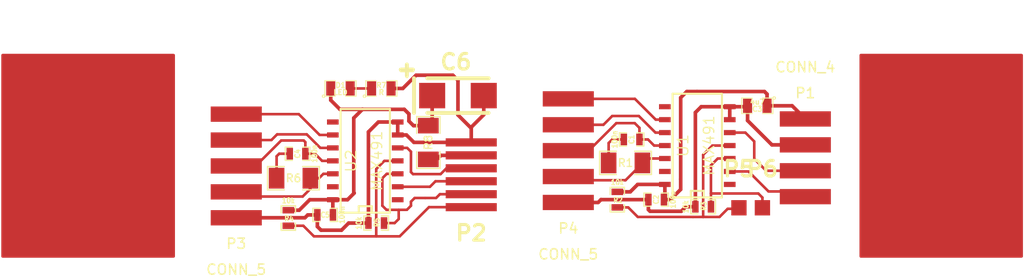
<source format=kicad_pcb>
(kicad_pcb (version 4) (host pcbnew "(2014-08-10 BZR 5062)-product")

  (general
    (links 53)
    (no_connects 3)
    (area 84.742429 115.131 179.957572 167.189)
    (thickness 1.6)
    (drawings 1)
    (tracks 207)
    (zones 0)
    (modules 23)
    (nets 28)
  )

  (page A4)
  (layers
    (0 F.Cu signal)
    (31 B.Cu signal)
    (32 B.Adhes user)
    (33 F.Adhes user)
    (34 B.Paste user)
    (35 F.Paste user)
    (36 B.SilkS user)
    (37 F.SilkS user)
    (38 B.Mask user)
    (39 F.Mask user)
    (40 Dwgs.User user)
    (41 Cmts.User user)
    (42 Eco1.User user)
    (43 Eco2.User user)
    (44 Edge.Cuts user)
    (45 Margin user)
    (46 B.CrtYd user)
    (47 F.CrtYd user)
    (48 B.Fab user)
    (49 F.Fab user)
  )

  (setup
    (last_trace_width 0.254)
    (trace_clearance 0.254)
    (zone_clearance 0.9906)
    (zone_45_only no)
    (trace_min 0.254)
    (segment_width 0.2)
    (edge_width 0.15)
    (via_size 0.889)
    (via_drill 0.635)
    (via_min_size 0.889)
    (via_min_drill 0.508)
    (uvia_size 0.508)
    (uvia_drill 0.127)
    (uvias_allowed no)
    (uvia_min_size 0.508)
    (uvia_min_drill 0.127)
    (pcb_text_width 0.3)
    (pcb_text_size 1 1)
    (mod_edge_width 0.15)
    (mod_text_size 1 1)
    (mod_text_width 0.15)
    (pad_size 5 1.5)
    (pad_drill 0)
    (pad_to_mask_clearance 0)
    (aux_axis_origin 0 0)
    (visible_elements FFFFFF7F)
    (pcbplotparams
      (layerselection 0x00000_00000001)
      (usegerberextensions false)
      (excludeedgelayer true)
      (linewidth 0.100000)
      (plotframeref false)
      (viasonmask false)
      (mode 1)
      (useauxorigin false)
      (hpglpennumber 1)
      (hpglpenspeed 20)
      (hpglpendiameter 15)
      (hpglpenoverlay 2)
      (psnegative false)
      (psa4output false)
      (plotreference true)
      (plotvalue true)
      (plotinvisibletext false)
      (padsonsilk false)
      (subtractmaskfromsilk false)
      (outputformat 4)
      (mirror false)
      (drillshape 0)
      (scaleselection 1)
      (outputdirectory ""))
  )

  (net 0 "")
  (net 1 "Net-(C1-Pad1)")
  (net 2 "Net-(C1-Pad2)")
  (net 3 "Net-(U1-Pad1)")
  (net 4 "Net-(P1-Pad1)")
  (net 5 "Net-(P3-Pad1)")
  (net 6 "Net-(P1-Pad2)")
  (net 7 GND)
  (net 8 "Net-(U1-Pad8)")
  (net 9 "Net-(P4-Pad1)")
  (net 10 "Net-(U1-Pad13)")
  (net 11 "Net-(P4-Pad2)")
  (net 12 +5V)
  (net 13 "Net-(P3-Pad2)")
  (net 14 "Net-(C4-Pad2)")
  (net 15 "Net-(U2-Pad1)")
  (net 16 "Net-(U2-Pad8)")
  (net 17 "Net-(P3-Pad4)")
  (net 18 "Net-(U2-Pad13)")
  (net 19 "Net-(C4-Pad1)")
  (net 20 "Net-(P2-Pad3)")
  (net 21 "Net-(P2-Pad4)")
  (net 22 "Net-(P2-Pad5)")
  (net 23 "Net-(P2-Pad6)")
  (net 24 "Net-(P5-Pad1)")
  (net 25 "Net-(P6-Pad1)")
  (net 26 "Net-(P4-Pad4)")
  (net 27 "Net-(D1-Pad2)")

  (net_class Default "This is the default net class."
    (clearance 0.254)
    (trace_width 0.254)
    (via_dia 0.889)
    (via_drill 0.635)
    (uvia_dia 0.508)
    (uvia_drill 0.127)
    (add_net "Net-(C1-Pad1)")
    (add_net "Net-(C1-Pad2)")
    (add_net "Net-(C4-Pad1)")
    (add_net "Net-(C4-Pad2)")
    (add_net "Net-(D1-Pad2)")
    (add_net "Net-(P1-Pad1)")
    (add_net "Net-(P1-Pad2)")
    (add_net "Net-(P2-Pad3)")
    (add_net "Net-(P2-Pad4)")
    (add_net "Net-(P2-Pad5)")
    (add_net "Net-(P2-Pad6)")
    (add_net "Net-(P3-Pad1)")
    (add_net "Net-(P3-Pad2)")
    (add_net "Net-(P3-Pad4)")
    (add_net "Net-(P4-Pad1)")
    (add_net "Net-(P4-Pad2)")
    (add_net "Net-(P4-Pad4)")
    (add_net "Net-(P5-Pad1)")
    (add_net "Net-(P6-Pad1)")
    (add_net "Net-(U1-Pad1)")
    (add_net "Net-(U1-Pad13)")
    (add_net "Net-(U1-Pad8)")
    (add_net "Net-(U2-Pad1)")
    (add_net "Net-(U2-Pad13)")
    (add_net "Net-(U2-Pad8)")
  )

  (net_class Power ""
    (clearance 0.1)
    (trace_width 0.3556)
    (via_dia 0.889)
    (via_drill 0.635)
    (uvia_dia 0.508)
    (uvia_drill 0.127)
    (add_net +5V)
    (add_net GND)
  )

  (module SMD_Packages:SOIC-14_N (layer F.Cu) (tedit 53E90055) (tstamp 53E90071)
    (at 168 117 90)
    (descr "Module CMS SOJ 14 pins Large")
    (tags "CMS SOJ")
    (path /53E900F9)
    (attr smd)
    (fp_text reference U1 (at 0 -1.27 270) (layer F.SilkS)
      (effects (font (size 1.016 1.143) (thickness 0.127)))
    )
    (fp_text value MAX491 (at 0 1.27 90) (layer F.SilkS)
      (effects (font (size 1.016 1.016) (thickness 0.127)))
    )
    (fp_line (start 5.08 -2.286) (end 5.08 2.54) (layer F.SilkS) (width 0.2032))
    (fp_line (start 5.08 2.54) (end -5.08 2.54) (layer F.SilkS) (width 0.2032))
    (fp_line (start -5.08 2.54) (end -5.08 -2.286) (layer F.SilkS) (width 0.2032))
    (fp_line (start -5.08 -2.286) (end 5.08 -2.286) (layer F.SilkS) (width 0.2032))
    (fp_line (start -5.08 -0.508) (end -4.445 -0.508) (layer F.SilkS) (width 0.2032))
    (fp_line (start -4.445 -0.508) (end -4.445 0.762) (layer F.SilkS) (width 0.2032))
    (fp_line (start -4.445 0.762) (end -5.08 0.762) (layer F.SilkS) (width 0.2032))
    (pad 1 smd rect (at -3.81 3.302 90) (size 0.508 1.143) (layers F.Cu F.Paste F.Mask)
      (net 3 "Net-(U1-Pad1)"))
    (pad 2 smd rect (at -2.54 3.302 90) (size 0.508 1.143) (layers F.Cu F.Paste F.Mask)
      (net 4 "Net-(P1-Pad1)"))
    (pad 3 smd rect (at -1.27 3.302 90) (size 0.508 1.143) (layers F.Cu F.Paste F.Mask)
      (net 25 "Net-(P6-Pad1)"))
    (pad 4 smd rect (at 0 3.302 90) (size 0.508 1.143) (layers F.Cu F.Paste F.Mask)
      (net 24 "Net-(P5-Pad1)"))
    (pad 5 smd rect (at 1.27 3.302 90) (size 0.508 1.143) (layers F.Cu F.Paste F.Mask)
      (net 6 "Net-(P1-Pad2)"))
    (pad 6 smd rect (at 2.54 3.302 90) (size 0.508 1.143) (layers F.Cu F.Paste F.Mask)
      (net 7 GND))
    (pad 7 smd rect (at 3.81 3.302 90) (size 0.508 1.143) (layers F.Cu F.Paste F.Mask)
      (net 7 GND))
    (pad 8 smd rect (at 3.81 -3.048 90) (size 0.508 1.143) (layers F.Cu F.Paste F.Mask)
      (net 8 "Net-(U1-Pad8)"))
    (pad 9 smd rect (at 2.54 -3.048 90) (size 0.508 1.143) (layers F.Cu F.Paste F.Mask)
      (net 9 "Net-(P4-Pad1)"))
    (pad 11 smd rect (at 0 -3.048 90) (size 0.508 1.143) (layers F.Cu F.Paste F.Mask)
      (net 2 "Net-(C1-Pad2)"))
    (pad 12 smd rect (at -1.27 -3.048 90) (size 0.508 1.143) (layers F.Cu F.Paste F.Mask)
      (net 26 "Net-(P4-Pad4)"))
    (pad 13 smd rect (at -2.54 -3.048 90) (size 0.508 1.143) (layers F.Cu F.Paste F.Mask)
      (net 10 "Net-(U1-Pad13)"))
    (pad 14 smd rect (at -3.81 -3.048 90) (size 0.508 1.143) (layers F.Cu F.Paste F.Mask)
      (net 12 +5V))
    (pad 10 smd rect (at 1.27 -3.048 90) (size 0.508 1.143) (layers F.Cu F.Paste F.Mask)
      (net 11 "Net-(P4-Pad2)"))
    (model smd/cms_so14.wrl
      (at (xyz 0 0 0))
      (scale (xyz 0.5 0.4 0.5))
      (rotate (xyz 0 0 0))
    )
  )

  (module SMD_Packages:SMD-0603_c (layer F.Cu) (tedit 53E91772) (tstamp 53E9178C)
    (at 164.1 122.3 180)
    (path /53E9176F)
    (attr smd)
    (fp_text reference C2 (at 0 0 270) (layer F.SilkS)
      (effects (font (size 0.508 0.4572) (thickness 0.1143)))
    )
    (fp_text value 100n (at -1.651 0 270) (layer F.SilkS)
      (effects (font (size 0.508 0.4572) (thickness 0.1143)))
    )
    (fp_line (start 0.50038 0.65024) (end 1.19888 0.65024) (layer F.SilkS) (width 0.11938))
    (fp_line (start -0.50038 0.65024) (end -1.19888 0.65024) (layer F.SilkS) (width 0.11938))
    (fp_line (start 0.50038 -0.65024) (end 1.19888 -0.65024) (layer F.SilkS) (width 0.11938))
    (fp_line (start -1.19888 -0.65024) (end -0.50038 -0.65024) (layer F.SilkS) (width 0.11938))
    (fp_line (start 1.19888 -0.635) (end 1.19888 0.635) (layer F.SilkS) (width 0.11938))
    (fp_line (start -1.19888 0.635) (end -1.19888 -0.635) (layer F.SilkS) (width 0.11938))
    (pad 1 smd rect (at -0.762 0 180) (size 0.635 1.143) (layers F.Cu F.Paste F.Mask)
      (net 12 +5V))
    (pad 2 smd rect (at 0.762 0 180) (size 0.635 1.143) (layers F.Cu F.Paste F.Mask)
      (net 7 GND))
    (model smd\capacitors\C0603.wrl
      (at (xyz 0 0 0.001))
      (scale (xyz 0.5 0.5 0.5))
      (rotate (xyz 0 0 0))
    )
  )

  (module SMD_Packages:SMD-0805 (layer F.Cu) (tedit 53E91772) (tstamp 53E91799)
    (at 174 113.1 180)
    (path /53E917FF)
    (attr smd)
    (fp_text reference C3 (at 0 -0.3175 180) (layer F.SilkS)
      (effects (font (size 0.50038 0.50038) (thickness 0.10922)))
    )
    (fp_text value 4u7 (at 0 0.381 180) (layer F.SilkS)
      (effects (font (size 0.50038 0.50038) (thickness 0.10922)))
    )
    (fp_circle (center -1.651 0.762) (end -1.651 0.635) (layer F.SilkS) (width 0.09906))
    (fp_line (start -0.508 0.762) (end -1.524 0.762) (layer F.SilkS) (width 0.09906))
    (fp_line (start -1.524 0.762) (end -1.524 -0.762) (layer F.SilkS) (width 0.09906))
    (fp_line (start -1.524 -0.762) (end -0.508 -0.762) (layer F.SilkS) (width 0.09906))
    (fp_line (start 0.508 -0.762) (end 1.524 -0.762) (layer F.SilkS) (width 0.09906))
    (fp_line (start 1.524 -0.762) (end 1.524 0.762) (layer F.SilkS) (width 0.09906))
    (fp_line (start 1.524 0.762) (end 0.508 0.762) (layer F.SilkS) (width 0.09906))
    (pad 1 smd rect (at -0.9525 0 180) (size 0.889 1.397) (layers F.Cu F.Paste F.Mask)
      (net 12 +5V))
    (pad 2 smd rect (at 0.9525 0 180) (size 0.889 1.397) (layers F.Cu F.Paste F.Mask)
      (net 7 GND))
    (model smd/chip_cms.wrl
      (at (xyz 0 0 0))
      (scale (xyz 0.1 0.1 0.1))
      (rotate (xyz 0 0 0))
    )
  )

  (module owncomp:CONN_0.1inch_4x_5x1.5mm (layer F.Cu) (tedit 53E91EFF) (tstamp 53E9230B)
    (at 178.7 118.2 180)
    (path /53E900AC)
    (fp_text reference P1 (at 0 6.35 180) (layer F.SilkS)
      (effects (font (size 1 1) (thickness 0.15)))
    )
    (fp_text value CONN_4 (at 0 8.89 180) (layer F.SilkS)
      (effects (font (size 1 1) (thickness 0.15)))
    )
    (pad 1 smd rect (at 0 -3.81 180) (size 5 1.5) (layers F.Cu F.Paste F.Mask)
      (net 4 "Net-(P1-Pad1)"))
    (pad 2 smd rect (at 0 -1.27 180) (size 5 1.5) (layers F.Cu F.Paste F.Mask)
      (net 6 "Net-(P1-Pad2)"))
    (pad 3 smd rect (at 0 1.27 180) (size 5 1.5) (layers F.Cu F.Paste F.Mask)
      (net 7 GND))
    (pad 4 smd rect (at 0 3.81 180) (size 5 1.5) (layers F.Cu F.Paste F.Mask)
      (net 12 +5V))
  )

  (module owncomp:CONN_0.1inch_5x_1.5x5mm (layer F.Cu) (tedit 53E91EB3) (tstamp 53E93CF6)
    (at 155.5 117.5)
    (path /53E91DCD)
    (fp_text reference P4 (at 0 7.62) (layer F.SilkS)
      (effects (font (size 1 1) (thickness 0.15)))
    )
    (fp_text value CONN_5 (at 0 10.16) (layer F.SilkS)
      (effects (font (size 1 1) (thickness 0.15)))
    )
    (pad 1 smd rect (at 0 -5.08) (size 5 1.5) (layers F.Cu F.Paste F.Mask)
      (net 9 "Net-(P4-Pad1)"))
    (pad 2 smd rect (at 0 -2.54) (size 5 1.5) (layers F.Cu F.Paste F.Mask)
      (net 11 "Net-(P4-Pad2)"))
    (pad 3 smd rect (at 0 0) (size 5 1.5) (layers F.Cu F.Paste F.Mask)
      (net 2 "Net-(C1-Pad2)"))
    (pad 4 smd rect (at 0 2.54) (size 5 1.5) (layers F.Cu F.Paste F.Mask)
      (net 26 "Net-(P4-Pad4)"))
    (pad 5 smd rect (at 0 5.08) (size 5 1.5) (layers F.Cu F.Paste F.Mask)
      (net 7 GND))
  )

  (module SMD_Packages:SMD-0603_r (layer F.Cu) (tedit 53E92921) (tstamp 53E92988)
    (at 160.3 122.3 270)
    (path /53E92E32)
    (attr smd)
    (fp_text reference R2 (at 0.0635 -0.0635 360) (layer F.SilkS)
      (effects (font (size 0.50038 0.4572) (thickness 0.1143)))
    )
    (fp_text value 10k (at -1.69926 0 360) (layer F.SilkS)
      (effects (font (size 0.508 0.4572) (thickness 0.1143)))
    )
    (fp_line (start -0.50038 -0.6985) (end -1.2065 -0.6985) (layer F.SilkS) (width 0.127))
    (fp_line (start -1.2065 -0.6985) (end -1.2065 0.6985) (layer F.SilkS) (width 0.127))
    (fp_line (start -1.2065 0.6985) (end -0.50038 0.6985) (layer F.SilkS) (width 0.127))
    (fp_line (start 1.2065 -0.6985) (end 0.50038 -0.6985) (layer F.SilkS) (width 0.127))
    (fp_line (start 1.2065 -0.6985) (end 1.2065 0.6985) (layer F.SilkS) (width 0.127))
    (fp_line (start 1.2065 0.6985) (end 0.50038 0.6985) (layer F.SilkS) (width 0.127))
    (pad 1 smd rect (at -0.762 0 270) (size 0.635 1.143) (layers F.Cu F.Paste F.Mask)
      (net 12 +5V))
    (pad 2 smd rect (at 0.762 0 270) (size 0.635 1.143) (layers F.Cu F.Paste F.Mask)
      (net 24 "Net-(P5-Pad1)"))
    (model smd\resistors\R0603.wrl
      (at (xyz 0 0 0.001))
      (scale (xyz 0.5 0.5 0.5))
      (rotate (xyz 0 0 0))
    )
  )

  (module SMD_Packages:SMD-0603_r (layer F.Cu) (tedit 53E92921) (tstamp 53E92994)
    (at 168.7 123)
    (path /53E92D47)
    (attr smd)
    (fp_text reference R3 (at 0.0635 -0.0635 90) (layer F.SilkS)
      (effects (font (size 0.50038 0.4572) (thickness 0.1143)))
    )
    (fp_text value 10k (at -1.69926 0 90) (layer F.SilkS)
      (effects (font (size 0.508 0.4572) (thickness 0.1143)))
    )
    (fp_line (start -0.50038 -0.6985) (end -1.2065 -0.6985) (layer F.SilkS) (width 0.127))
    (fp_line (start -1.2065 -0.6985) (end -1.2065 0.6985) (layer F.SilkS) (width 0.127))
    (fp_line (start -1.2065 0.6985) (end -0.50038 0.6985) (layer F.SilkS) (width 0.127))
    (fp_line (start 1.2065 -0.6985) (end 0.50038 -0.6985) (layer F.SilkS) (width 0.127))
    (fp_line (start 1.2065 -0.6985) (end 1.2065 0.6985) (layer F.SilkS) (width 0.127))
    (fp_line (start 1.2065 0.6985) (end 0.50038 0.6985) (layer F.SilkS) (width 0.127))
    (pad 1 smd rect (at -0.762 0) (size 0.635 1.143) (layers F.Cu F.Paste F.Mask)
      (net 7 GND))
    (pad 2 smd rect (at 0.762 0) (size 0.635 1.143) (layers F.Cu F.Paste F.Mask)
      (net 25 "Net-(P6-Pad1)"))
    (model smd\resistors\R0603.wrl
      (at (xyz 0 0 0.001))
      (scale (xyz 0.5 0.5 0.5))
      (rotate (xyz 0 0 0))
    )
  )

  (module SMD_Packages:SMD-0603_r (layer F.Cu) (tedit 53E92921) (tstamp 53E929A0)
    (at 128.1 124.1 270)
    (path /53E93042)
    (attr smd)
    (fp_text reference R4 (at 0.0635 -0.0635 360) (layer F.SilkS)
      (effects (font (size 0.50038 0.4572) (thickness 0.1143)))
    )
    (fp_text value 10k (at -1.69926 0 360) (layer F.SilkS)
      (effects (font (size 0.508 0.4572) (thickness 0.1143)))
    )
    (fp_line (start -0.50038 -0.6985) (end -1.2065 -0.6985) (layer F.SilkS) (width 0.127))
    (fp_line (start -1.2065 -0.6985) (end -1.2065 0.6985) (layer F.SilkS) (width 0.127))
    (fp_line (start -1.2065 0.6985) (end -0.50038 0.6985) (layer F.SilkS) (width 0.127))
    (fp_line (start 1.2065 -0.6985) (end 0.50038 -0.6985) (layer F.SilkS) (width 0.127))
    (fp_line (start 1.2065 -0.6985) (end 1.2065 0.6985) (layer F.SilkS) (width 0.127))
    (fp_line (start 1.2065 0.6985) (end 0.50038 0.6985) (layer F.SilkS) (width 0.127))
    (pad 1 smd rect (at -0.762 0 270) (size 0.635 1.143) (layers F.Cu F.Paste F.Mask)
      (net 12 +5V))
    (pad 2 smd rect (at 0.762 0 270) (size 0.635 1.143) (layers F.Cu F.Paste F.Mask)
      (net 23 "Net-(P2-Pad6)"))
    (model smd\resistors\R0603.wrl
      (at (xyz 0 0 0.001))
      (scale (xyz 0.5 0.5 0.5))
      (rotate (xyz 0 0 0))
    )
  )

  (module SMD_Packages:SMD-0603_r (layer F.Cu) (tedit 53E92921) (tstamp 53E929AC)
    (at 136.7 124.6)
    (path /53E9306C)
    (attr smd)
    (fp_text reference R5 (at 0.0635 -0.0635 90) (layer F.SilkS)
      (effects (font (size 0.50038 0.4572) (thickness 0.1143)))
    )
    (fp_text value 10k (at -1.69926 0 90) (layer F.SilkS)
      (effects (font (size 0.508 0.4572) (thickness 0.1143)))
    )
    (fp_line (start -0.50038 -0.6985) (end -1.2065 -0.6985) (layer F.SilkS) (width 0.127))
    (fp_line (start -1.2065 -0.6985) (end -1.2065 0.6985) (layer F.SilkS) (width 0.127))
    (fp_line (start -1.2065 0.6985) (end -0.50038 0.6985) (layer F.SilkS) (width 0.127))
    (fp_line (start 1.2065 -0.6985) (end 0.50038 -0.6985) (layer F.SilkS) (width 0.127))
    (fp_line (start 1.2065 -0.6985) (end 1.2065 0.6985) (layer F.SilkS) (width 0.127))
    (fp_line (start 1.2065 0.6985) (end 0.50038 0.6985) (layer F.SilkS) (width 0.127))
    (pad 1 smd rect (at -0.762 0) (size 0.635 1.143) (layers F.Cu F.Paste F.Mask)
      (net 7 GND))
    (pad 2 smd rect (at 0.762 0) (size 0.635 1.143) (layers F.Cu F.Paste F.Mask)
      (net 22 "Net-(P2-Pad5)"))
    (model smd\resistors\R0603.wrl
      (at (xyz 0 0 0.001))
      (scale (xyz 0.5 0.5 0.5))
      (rotate (xyz 0 0 0))
    )
  )

  (module SMD_Packages:SOIC-14_N (layer F.Cu) (tedit 53E92949) (tstamp 53E929D2)
    (at 135.5 118.5 90)
    (descr "Module CMS SOJ 14 pins Large")
    (tags "CMS SOJ")
    (path /53E92406)
    (attr smd)
    (fp_text reference U2 (at 0 -1.27 270) (layer F.SilkS)
      (effects (font (size 1.016 1.143) (thickness 0.127)))
    )
    (fp_text value MAX491 (at 0 1.27 90) (layer F.SilkS)
      (effects (font (size 1.016 1.016) (thickness 0.127)))
    )
    (fp_line (start 5.08 -2.286) (end 5.08 2.54) (layer F.SilkS) (width 0.2032))
    (fp_line (start 5.08 2.54) (end -5.08 2.54) (layer F.SilkS) (width 0.2032))
    (fp_line (start -5.08 2.54) (end -5.08 -2.286) (layer F.SilkS) (width 0.2032))
    (fp_line (start -5.08 -2.286) (end 5.08 -2.286) (layer F.SilkS) (width 0.2032))
    (fp_line (start -5.08 -0.508) (end -4.445 -0.508) (layer F.SilkS) (width 0.2032))
    (fp_line (start -4.445 -0.508) (end -4.445 0.762) (layer F.SilkS) (width 0.2032))
    (fp_line (start -4.445 0.762) (end -5.08 0.762) (layer F.SilkS) (width 0.2032))
    (pad 1 smd rect (at -3.81 3.302 90) (size 0.508 1.143) (layers F.Cu F.Paste F.Mask)
      (net 15 "Net-(U2-Pad1)"))
    (pad 2 smd rect (at -2.54 3.302 90) (size 0.508 1.143) (layers F.Cu F.Paste F.Mask)
      (net 21 "Net-(P2-Pad4)"))
    (pad 3 smd rect (at -1.27 3.302 90) (size 0.508 1.143) (layers F.Cu F.Paste F.Mask)
      (net 22 "Net-(P2-Pad5)"))
    (pad 4 smd rect (at 0 3.302 90) (size 0.508 1.143) (layers F.Cu F.Paste F.Mask)
      (net 23 "Net-(P2-Pad6)"))
    (pad 5 smd rect (at 1.27 3.302 90) (size 0.508 1.143) (layers F.Cu F.Paste F.Mask)
      (net 20 "Net-(P2-Pad3)"))
    (pad 6 smd rect (at 2.54 3.302 90) (size 0.508 1.143) (layers F.Cu F.Paste F.Mask)
      (net 7 GND))
    (pad 7 smd rect (at 3.81 3.302 90) (size 0.508 1.143) (layers F.Cu F.Paste F.Mask)
      (net 7 GND))
    (pad 8 smd rect (at 3.81 -3.048 90) (size 0.508 1.143) (layers F.Cu F.Paste F.Mask)
      (net 16 "Net-(U2-Pad8)"))
    (pad 9 smd rect (at 2.54 -3.048 90) (size 0.508 1.143) (layers F.Cu F.Paste F.Mask)
      (net 5 "Net-(P3-Pad1)"))
    (pad 11 smd rect (at 0 -3.048 90) (size 0.508 1.143) (layers F.Cu F.Paste F.Mask)
      (net 19 "Net-(C4-Pad1)"))
    (pad 12 smd rect (at -1.27 -3.048 90) (size 0.508 1.143) (layers F.Cu F.Paste F.Mask)
      (net 17 "Net-(P3-Pad4)"))
    (pad 13 smd rect (at -2.54 -3.048 90) (size 0.508 1.143) (layers F.Cu F.Paste F.Mask)
      (net 18 "Net-(U2-Pad13)"))
    (pad 14 smd rect (at -3.81 -3.048 90) (size 0.508 1.143) (layers F.Cu F.Paste F.Mask)
      (net 12 +5V))
    (pad 10 smd rect (at 1.27 -3.048 90) (size 0.508 1.143) (layers F.Cu F.Paste F.Mask)
      (net 13 "Net-(P3-Pad2)"))
    (model smd/cms_so14.wrl
      (at (xyz 0 0 0))
      (scale (xyz 0.5 0.4 0.5))
      (rotate (xyz 0 0 0))
    )
  )

  (module SMD_Packages:SMD-0603_c (layer F.Cu) (tedit 53E92B06) (tstamp 53E92B0B)
    (at 129 117.8 180)
    (path /53E9267C)
    (attr smd)
    (fp_text reference C4 (at 0 0 270) (layer F.SilkS)
      (effects (font (size 0.508 0.4572) (thickness 0.1143)))
    )
    (fp_text value 100n (at -1.651 0 270) (layer F.SilkS)
      (effects (font (size 0.508 0.4572) (thickness 0.1143)))
    )
    (fp_line (start 0.50038 0.65024) (end 1.19888 0.65024) (layer F.SilkS) (width 0.11938))
    (fp_line (start -0.50038 0.65024) (end -1.19888 0.65024) (layer F.SilkS) (width 0.11938))
    (fp_line (start 0.50038 -0.65024) (end 1.19888 -0.65024) (layer F.SilkS) (width 0.11938))
    (fp_line (start -1.19888 -0.65024) (end -0.50038 -0.65024) (layer F.SilkS) (width 0.11938))
    (fp_line (start 1.19888 -0.635) (end 1.19888 0.635) (layer F.SilkS) (width 0.11938))
    (fp_line (start -1.19888 0.635) (end -1.19888 -0.635) (layer F.SilkS) (width 0.11938))
    (pad 1 smd rect (at -0.762 0 180) (size 0.635 1.143) (layers F.Cu F.Paste F.Mask)
      (net 19 "Net-(C4-Pad1)"))
    (pad 2 smd rect (at 0.762 0 180) (size 0.635 1.143) (layers F.Cu F.Paste F.Mask)
      (net 14 "Net-(C4-Pad2)"))
    (model smd\capacitors\C0603.wrl
      (at (xyz 0 0 0.001))
      (scale (xyz 0.5 0.5 0.5))
      (rotate (xyz 0 0 0))
    )
  )

  (module SMD_Packages:SMD-0603_c (layer F.Cu) (tedit 53E92B2F) (tstamp 53E93CDB)
    (at 161.7 116.4)
    (path /53E90279)
    (attr smd)
    (fp_text reference C1 (at 0 0 90) (layer F.SilkS)
      (effects (font (size 0.508 0.4572) (thickness 0.1143)))
    )
    (fp_text value 100n (at -1.651 0 90) (layer F.SilkS)
      (effects (font (size 0.508 0.4572) (thickness 0.1143)))
    )
    (fp_line (start 0.50038 0.65024) (end 1.19888 0.65024) (layer F.SilkS) (width 0.11938))
    (fp_line (start -0.50038 0.65024) (end -1.19888 0.65024) (layer F.SilkS) (width 0.11938))
    (fp_line (start 0.50038 -0.65024) (end 1.19888 -0.65024) (layer F.SilkS) (width 0.11938))
    (fp_line (start -1.19888 -0.65024) (end -0.50038 -0.65024) (layer F.SilkS) (width 0.11938))
    (fp_line (start 1.19888 -0.635) (end 1.19888 0.635) (layer F.SilkS) (width 0.11938))
    (fp_line (start -1.19888 0.635) (end -1.19888 -0.635) (layer F.SilkS) (width 0.11938))
    (pad 1 smd rect (at -0.762 0) (size 0.635 1.143) (layers F.Cu F.Paste F.Mask)
      (net 1 "Net-(C1-Pad1)"))
    (pad 2 smd rect (at 0.762 0) (size 0.635 1.143) (layers F.Cu F.Paste F.Mask)
      (net 2 "Net-(C1-Pad2)"))
    (model smd\capacitors\C0603.wrl
      (at (xyz 0 0 0.001))
      (scale (xyz 0.5 0.5 0.5))
      (rotate (xyz 0 0 0))
    )
  )

  (module owncomp:FLATCONN_6 (layer F.Cu) (tedit 4F123190) (tstamp 53E92BA0)
    (at 146 120.5)
    (path /53E92965)
    (fp_text reference P2 (at 0 5.08) (layer F.SilkS)
      (effects (font (thickness 0.3048)))
    )
    (fp_text value CONN_6 (at 1.27 7.62) (layer F.SilkS) hide
      (effects (font (thickness 0.3048)))
    )
    (pad 1 smd rect (at 0 -3.81) (size 5.00126 0.8001) (layers F.Cu F.Paste F.Mask)
      (net 7 GND))
    (pad 2 smd rect (at 0 -2.54) (size 5.00126 0.8001) (layers F.Cu F.Paste F.Mask)
      (net 12 +5V))
    (pad 3 smd rect (at 0 -1.27) (size 5.00126 0.8001) (layers F.Cu F.Paste F.Mask)
      (net 20 "Net-(P2-Pad3)"))
    (pad 4 smd rect (at 0 0) (size 5.00126 0.8001) (layers F.Cu F.Paste F.Mask)
      (net 21 "Net-(P2-Pad4)"))
    (pad 5 smd rect (at 0 1.27) (size 5.00126 0.8001) (layers F.Cu F.Paste F.Mask)
      (net 22 "Net-(P2-Pad5)"))
    (pad 6 smd rect (at 0 2.54) (size 5.00126 0.8001) (layers F.Cu F.Paste F.Mask)
      (net 23 "Net-(P2-Pad6)"))
  )

  (module owncomp:CONN_0.1inch_5x_1.5x5mm (layer F.Cu) (tedit 53E91EB3) (tstamp 53E92BA9)
    (at 123 119)
    (path /53E92557)
    (fp_text reference P3 (at 0 7.62) (layer F.SilkS)
      (effects (font (size 1 1) (thickness 0.15)))
    )
    (fp_text value CONN_5 (at 0 10.16) (layer F.SilkS)
      (effects (font (size 1 1) (thickness 0.15)))
    )
    (pad 1 smd rect (at 0 -5.08) (size 5 1.5) (layers F.Cu F.Paste F.Mask)
      (net 5 "Net-(P3-Pad1)"))
    (pad 2 smd rect (at 0 -2.54) (size 5 1.5) (layers F.Cu F.Paste F.Mask)
      (net 13 "Net-(P3-Pad2)"))
    (pad 3 smd rect (at 0 0) (size 5 1.5) (layers F.Cu F.Paste F.Mask)
      (net 19 "Net-(C4-Pad1)"))
    (pad 4 smd rect (at 0 2.54) (size 5 1.5) (layers F.Cu F.Paste F.Mask)
      (net 17 "Net-(P3-Pad4)"))
    (pad 5 smd rect (at 0 5.08) (size 5 1.5) (layers F.Cu F.Paste F.Mask)
      (net 7 GND))
  )

  (module Measurement_Points:Measurement_Point_Square-SMD-Pad_Small (layer F.Cu) (tedit 53E9324C) (tstamp 53E93250)
    (at 172.2 123.1)
    (descr "Mesurement Point, Square, SMD Pad,  1.5mm x 1.5mm,")
    (tags "Mesurement Point, Square, SMD Pad, 1.5mm x 1.5mm,")
    (path /53E93A44)
    (fp_text reference P5 (at 0 -3.81) (layer F.SilkS)
      (effects (font (thickness 0.3048)))
    )
    (fp_text value CONN_1 (at 2.54 3.81) (layer F.SilkS) hide
      (effects (font (thickness 0.3048)))
    )
    (pad 1 smd rect (at 0 0) (size 1.50114 1.50114) (layers F.Cu F.Paste F.Mask)
      (net 24 "Net-(P5-Pad1)"))
  )

  (module Measurement_Points:Measurement_Point_Square-SMD-Pad_Small (layer F.Cu) (tedit 53E9324C) (tstamp 53E93254)
    (at 174.5 123.1)
    (descr "Mesurement Point, Square, SMD Pad,  1.5mm x 1.5mm,")
    (tags "Mesurement Point, Square, SMD Pad, 1.5mm x 1.5mm,")
    (path /53E93B4D)
    (fp_text reference P6 (at 0 -3.81) (layer F.SilkS)
      (effects (font (thickness 0.3048)))
    )
    (fp_text value CONN_1 (at 2.54 3.81) (layer F.SilkS) hide
      (effects (font (thickness 0.3048)))
    )
    (pad 1 smd rect (at 0 0) (size 1.50114 1.50114) (layers F.Cu F.Paste F.Mask)
      (net 25 "Net-(P6-Pad1)"))
  )

  (module SMD_Packages:SMD-1206 (layer F.Cu) (tedit 53E93BFF) (tstamp 53E93CE2)
    (at 161.1 118.7)
    (path /53E9023E)
    (attr smd)
    (fp_text reference R1 (at 0 0) (layer F.SilkS)
      (effects (font (size 0.762 0.762) (thickness 0.127)))
    )
    (fp_text value 120 (at 0 0) (layer F.SilkS) hide
      (effects (font (size 0.762 0.762) (thickness 0.127)))
    )
    (fp_line (start -2.54 -1.143) (end -2.54 1.143) (layer F.SilkS) (width 0.127))
    (fp_line (start -2.54 1.143) (end -0.889 1.143) (layer F.SilkS) (width 0.127))
    (fp_line (start 0.889 -1.143) (end 2.54 -1.143) (layer F.SilkS) (width 0.127))
    (fp_line (start 2.54 -1.143) (end 2.54 1.143) (layer F.SilkS) (width 0.127))
    (fp_line (start 2.54 1.143) (end 0.889 1.143) (layer F.SilkS) (width 0.127))
    (fp_line (start -0.889 -1.143) (end -2.54 -1.143) (layer F.SilkS) (width 0.127))
    (pad 1 smd rect (at -1.651 0) (size 1.524 2.032) (layers F.Cu F.Paste F.Mask)
      (net 1 "Net-(C1-Pad1)"))
    (pad 2 smd rect (at 1.651 0) (size 1.524 2.032) (layers F.Cu F.Paste F.Mask)
      (net 26 "Net-(P4-Pad4)"))
    (model smd/chip_cms.wrl
      (at (xyz 0 0 0))
      (scale (xyz 0.17 0.16 0.16))
      (rotate (xyz 0 0 0))
    )
  )

  (module SMD_Packages:SMD-1206 (layer F.Cu) (tedit 53E93BFF) (tstamp 53E93C3B)
    (at 128.6 120.2)
    (path /53E92605)
    (attr smd)
    (fp_text reference R6 (at 0 0) (layer F.SilkS)
      (effects (font (size 0.762 0.762) (thickness 0.127)))
    )
    (fp_text value 120 (at 0 0) (layer F.SilkS) hide
      (effects (font (size 0.762 0.762) (thickness 0.127)))
    )
    (fp_line (start -2.54 -1.143) (end -2.54 1.143) (layer F.SilkS) (width 0.127))
    (fp_line (start -2.54 1.143) (end -0.889 1.143) (layer F.SilkS) (width 0.127))
    (fp_line (start 0.889 -1.143) (end 2.54 -1.143) (layer F.SilkS) (width 0.127))
    (fp_line (start 2.54 -1.143) (end 2.54 1.143) (layer F.SilkS) (width 0.127))
    (fp_line (start 2.54 1.143) (end 0.889 1.143) (layer F.SilkS) (width 0.127))
    (fp_line (start -0.889 -1.143) (end -2.54 -1.143) (layer F.SilkS) (width 0.127))
    (pad 1 smd rect (at -1.651 0) (size 1.524 2.032) (layers F.Cu F.Paste F.Mask)
      (net 14 "Net-(C4-Pad2)"))
    (pad 2 smd rect (at 1.651 0) (size 1.524 2.032) (layers F.Cu F.Paste F.Mask)
      (net 17 "Net-(P3-Pad4)"))
    (model smd/chip_cms.wrl
      (at (xyz 0 0 0))
      (scale (xyz 0.17 0.16 0.16))
      (rotate (xyz 0 0 0))
    )
  )

  (module SMD_Packages:SMD-0805 (layer F.Cu) (tedit 53E93F2D) (tstamp 53E93FBD)
    (at 133.2 111.4)
    (path /53E944A7)
    (attr smd)
    (fp_text reference D1 (at 0 -0.3175) (layer F.SilkS)
      (effects (font (size 0.50038 0.50038) (thickness 0.10922)))
    )
    (fp_text value LED (at 0 0.381) (layer F.SilkS)
      (effects (font (size 0.50038 0.50038) (thickness 0.10922)))
    )
    (fp_circle (center -1.651 0.762) (end -1.651 0.635) (layer F.SilkS) (width 0.09906))
    (fp_line (start -0.508 0.762) (end -1.524 0.762) (layer F.SilkS) (width 0.09906))
    (fp_line (start -1.524 0.762) (end -1.524 -0.762) (layer F.SilkS) (width 0.09906))
    (fp_line (start -1.524 -0.762) (end -0.508 -0.762) (layer F.SilkS) (width 0.09906))
    (fp_line (start 0.508 -0.762) (end 1.524 -0.762) (layer F.SilkS) (width 0.09906))
    (fp_line (start 1.524 -0.762) (end 1.524 0.762) (layer F.SilkS) (width 0.09906))
    (fp_line (start 1.524 0.762) (end 0.508 0.762) (layer F.SilkS) (width 0.09906))
    (pad 1 smd rect (at -0.9525 0) (size 0.889 1.397) (layers F.Cu F.Paste F.Mask)
      (net 12 +5V))
    (pad 2 smd rect (at 0.9525 0) (size 0.889 1.397) (layers F.Cu F.Paste F.Mask)
      (net 27 "Net-(D1-Pad2)"))
    (model smd/chip_cms.wrl
      (at (xyz 0 0 0))
      (scale (xyz 0.1 0.1 0.1))
      (rotate (xyz 0 0 0))
    )
  )

  (module SMD_Packages:SMD-0805 (layer F.Cu) (tedit 53E93F2D) (tstamp 53E93FCA)
    (at 137.2 111.4)
    (path /53E944E5)
    (attr smd)
    (fp_text reference R7 (at 0 -0.3175) (layer F.SilkS)
      (effects (font (size 0.50038 0.50038) (thickness 0.10922)))
    )
    (fp_text value R (at 0 0.381) (layer F.SilkS)
      (effects (font (size 0.50038 0.50038) (thickness 0.10922)))
    )
    (fp_circle (center -1.651 0.762) (end -1.651 0.635) (layer F.SilkS) (width 0.09906))
    (fp_line (start -0.508 0.762) (end -1.524 0.762) (layer F.SilkS) (width 0.09906))
    (fp_line (start -1.524 0.762) (end -1.524 -0.762) (layer F.SilkS) (width 0.09906))
    (fp_line (start -1.524 -0.762) (end -0.508 -0.762) (layer F.SilkS) (width 0.09906))
    (fp_line (start 0.508 -0.762) (end 1.524 -0.762) (layer F.SilkS) (width 0.09906))
    (fp_line (start 1.524 -0.762) (end 1.524 0.762) (layer F.SilkS) (width 0.09906))
    (fp_line (start 1.524 0.762) (end 0.508 0.762) (layer F.SilkS) (width 0.09906))
    (pad 1 smd rect (at -0.9525 0) (size 0.889 1.397) (layers F.Cu F.Paste F.Mask)
      (net 27 "Net-(D1-Pad2)"))
    (pad 2 smd rect (at 0.9525 0) (size 0.889 1.397) (layers F.Cu F.Paste F.Mask)
      (net 7 GND))
    (model smd/chip_cms.wrl
      (at (xyz 0 0 0))
      (scale (xyz 0.1 0.1 0.1))
      (rotate (xyz 0 0 0))
    )
  )

  (module SMD_Packages:SMD-0603_c (layer F.Cu) (tedit 53E940D6) (tstamp 53E94130)
    (at 131.7 123.8 180)
    (path /53E9531B)
    (attr smd)
    (fp_text reference C5 (at 0 0 360) (layer F.SilkS)
      (effects (font (size 0.508 0.4572) (thickness 0.1143)))
    )
    (fp_text value 100n (at -1.651 0 270) (layer F.SilkS)
      (effects (font (size 0.508 0.4572) (thickness 0.1143)))
    )
    (fp_line (start 0.50038 0.65024) (end 1.19888 0.65024) (layer F.SilkS) (width 0.11938))
    (fp_line (start -0.50038 0.65024) (end -1.19888 0.65024) (layer F.SilkS) (width 0.11938))
    (fp_line (start 0.50038 -0.65024) (end 1.19888 -0.65024) (layer F.SilkS) (width 0.11938))
    (fp_line (start -1.19888 -0.65024) (end -0.50038 -0.65024) (layer F.SilkS) (width 0.11938))
    (fp_line (start 1.19888 -0.635) (end 1.19888 0.635) (layer F.SilkS) (width 0.11938))
    (fp_line (start -1.19888 0.635) (end -1.19888 -0.635) (layer F.SilkS) (width 0.11938))
    (pad 1 smd rect (at -0.762 0 180) (size 0.635 1.143) (layers F.Cu F.Paste F.Mask)
      (net 12 +5V))
    (pad 2 smd rect (at 0.762 0 180) (size 0.635 1.143) (layers F.Cu F.Paste F.Mask)
      (net 7 GND))
    (model smd\capacitors\C0603.wrl
      (at (xyz 0 0 0.001))
      (scale (xyz 0.5 0.5 0.5))
      (rotate (xyz 0 0 0))
    )
  )

  (module SMD_Packages:SMD-1206 (layer F.Cu) (tedit 53E9451B) (tstamp 53E945D6)
    (at 141.8 116.7 90)
    (path /53E95859)
    (attr smd)
    (fp_text reference R8 (at 0 0 90) (layer F.SilkS)
      (effects (font (size 0.762 0.762) (thickness 0.127)))
    )
    (fp_text value 0 (at 0 0 90) (layer F.SilkS) hide
      (effects (font (size 0.762 0.762) (thickness 0.127)))
    )
    (fp_line (start -2.54 -1.143) (end -2.54 1.143) (layer F.SilkS) (width 0.127))
    (fp_line (start -2.54 1.143) (end -0.889 1.143) (layer F.SilkS) (width 0.127))
    (fp_line (start 0.889 -1.143) (end 2.54 -1.143) (layer F.SilkS) (width 0.127))
    (fp_line (start 2.54 -1.143) (end 2.54 1.143) (layer F.SilkS) (width 0.127))
    (fp_line (start 2.54 1.143) (end 0.889 1.143) (layer F.SilkS) (width 0.127))
    (fp_line (start -0.889 -1.143) (end -2.54 -1.143) (layer F.SilkS) (width 0.127))
    (pad 1 smd rect (at -1.651 0 90) (size 1.524 2.032) (layers F.Cu F.Paste F.Mask)
      (net 12 +5V))
    (pad 2 smd rect (at 1.651 0 90) (size 1.524 2.032) (layers F.Cu F.Paste F.Mask)
      (net 12 +5V))
    (model smd/chip_cms.wrl
      (at (xyz 0 0 0))
      (scale (xyz 0.17 0.16 0.16))
      (rotate (xyz 0 0 0))
    )
  )

  (module Capacitors_Tantalum_SMD:TantalC_SizeC_EIA-6032_Reflow (layer F.Cu) (tedit 53EA48B9) (tstamp 53EA4921)
    (at 144.7 112.1)
    (descr "Tantal Cap. , Size C, EIA-6032, Reflow,")
    (tags "Tantal Cap. , Size C, EIA-6032, Reflow,")
    (path /53E95321)
    (attr smd)
    (fp_text reference C6 (at -0.20066 -3.29946) (layer F.SilkS)
      (effects (font (thickness 0.3048)))
    )
    (fp_text value 15u (at -0.09906 3.59918) (layer F.SilkS) hide
      (effects (font (thickness 0.3048)))
    )
    (fp_line (start -4.30022 -1.69926) (end -4.30022 1.69926) (layer F.SilkS) (width 0.381))
    (fp_line (start 2.99974 1.69926) (end -2.99974 1.69926) (layer F.SilkS) (width 0.381))
    (fp_line (start 2.99974 -1.69926) (end -2.99974 -1.69926) (layer F.SilkS) (width 0.381))
    (fp_text user + (at -4.99872 -2.55016) (layer F.SilkS)
      (effects (font (thickness 0.3048)))
    )
    (fp_line (start -5.00126 -3.05308) (end -5.00126 -1.95326) (layer F.SilkS) (width 0.381))
    (fp_line (start -5.6007 -2.5527) (end -4.40182 -2.5527) (layer F.SilkS) (width 0.381))
    (pad 2 smd rect (at 2.52476 0) (size 2.55016 2.49936) (layers F.Cu F.Paste F.Mask)
      (net 7 GND))
    (pad 1 smd rect (at -2.52476 0) (size 2.55016 2.49936) (layers F.Cu F.Paste F.Mask)
      (net 12 +5V))
  )

  (dimension 100 (width 0.25) (layer Cmts.User)
    (gr_text "100,000 mm" (at 150 104) (layer Cmts.User)
      (effects (font (size 1 1) (thickness 0.25)))
    )
    (feature1 (pts (xy 200 108) (xy 200 103)))
    (feature2 (pts (xy 100 108) (xy 100 103)))
    (crossbar (pts (xy 100 105) (xy 200 105)))
    (arrow1a (pts (xy 200 105) (xy 198.873496 105.586421)))
    (arrow1b (pts (xy 200 105) (xy 198.873496 104.413579)))
    (arrow2a (pts (xy 100 105) (xy 101.126504 105.586421)))
    (arrow2b (pts (xy 100 105) (xy 101.126504 104.413579)))
  )

  (segment (start 159.8 116.4) (end 159.449 116.751) (width 0.254) (layer F.Cu) (net 1) (tstamp 53E93D24))
  (segment (start 159.449 116.751) (end 159.449 118.7) (width 0.254) (layer F.Cu) (net 1) (tstamp 53E93D25))
  (segment (start 160.938 116.4) (end 159.8 116.4) (width 0.254) (layer F.Cu) (net 1))
  (segment (start 163.9 117) (end 164.952 117) (width 0.254) (layer F.Cu) (net 2) (tstamp 53E93480))
  (segment (start 163.3 116.4) (end 163.9 117) (width 0.254) (layer F.Cu) (net 2) (tstamp 53E9347F))
  (segment (start 162.462 116.4) (end 163.3 116.4) (width 0.254) (layer F.Cu) (net 2))
  (segment (start 160.2 114.8) (end 162 114.8) (width 0.254) (layer F.Cu) (net 2) (tstamp 53E93D1F))
  (segment (start 162 114.8) (end 162.462 115.262) (width 0.254) (layer F.Cu) (net 2) (tstamp 53E93D20))
  (segment (start 162.462 115.262) (end 162.462 116.4) (width 0.254) (layer F.Cu) (net 2) (tstamp 53E93D21))
  (segment (start 155.5 117.5) (end 157.5 117.5) (width 0.254) (layer F.Cu) (net 2))
  (segment (start 157.5 117.5) (end 160.2 114.8) (width 0.254) (layer F.Cu) (net 2) (tstamp 53E93D1D))
  (segment (start 178.19 121.5) (end 178.7 122.01) (width 0.254) (layer F.Cu) (net 4) (tstamp 53E9354F))
  (segment (start 173.14 119.54) (end 175.1 121.5) (width 0.254) (layer F.Cu) (net 4) (tstamp 53E93548))
  (segment (start 175.1 121.5) (end 178.19 121.5) (width 0.254) (layer F.Cu) (net 4) (tstamp 53E9354C))
  (segment (start 171.302 119.54) (end 173.14 119.54) (width 0.254) (layer F.Cu) (net 4))
  (segment (start 129.12 113.92) (end 131.16 115.96) (width 0.254) (layer F.Cu) (net 5) (tstamp 53E94414))
  (segment (start 131.16 115.96) (end 132.452 115.96) (width 0.254) (layer F.Cu) (net 5) (tstamp 53E94416))
  (segment (start 123 113.92) (end 129.12 113.92) (width 0.254) (layer F.Cu) (net 5))
  (segment (start 174.87 119.47) (end 178.7 119.47) (width 0.254) (layer F.Cu) (net 6) (tstamp 53E9359E))
  (segment (start 173.7 118.3) (end 174.87 119.47) (width 0.254) (layer F.Cu) (net 6) (tstamp 53E9359C))
  (segment (start 173.7 116.6) (end 173.7 118.3) (width 0.254) (layer F.Cu) (net 6) (tstamp 53E9359B))
  (segment (start 172.83 115.73) (end 173.7 116.6) (width 0.254) (layer F.Cu) (net 6) (tstamp 53E93599))
  (segment (start 171.302 115.73) (end 172.83 115.73) (width 0.254) (layer F.Cu) (net 6))
  (segment (start 140.6 110.1) (end 144.2 110.1) (width 0.3556) (layer F.Cu) (net 7))
  (segment (start 146 115.3) (end 144.7 114) (width 0.3556) (layer F.Cu) (net 7) (tstamp 53EA49AE))
  (segment (start 139.3 111.4) (end 140.6 110.1) (width 0.3556) (layer F.Cu) (net 7) (tstamp 53EA4AF6))
  (segment (start 139.3 111.4) (end 138.1525 111.4) (width 0.3556) (layer F.Cu) (net 7))
  (segment (start 144.7 110.6) (end 144.7 114) (width 0.3556) (layer F.Cu) (net 7) (tstamp 53EA4B04))
  (segment (start 144.2 110.1) (end 144.7 110.6) (width 0.3556) (layer F.Cu) (net 7) (tstamp 53EA4B02))
  (segment (start 147.22476 112.1) (end 147.22476 113.97524) (width 0.3556) (layer F.Cu) (net 7))
  (segment (start 146 115.2) (end 146 115.3) (width 0.3556) (layer F.Cu) (net 7) (tstamp 53EA4970))
  (segment (start 146 115.3) (end 146 116.69) (width 0.3556) (layer F.Cu) (net 7) (tstamp 53EA49B1))
  (segment (start 147.22476 113.97524) (end 146 115.2) (width 0.3556) (layer F.Cu) (net 7) (tstamp 53EA496F))
  (segment (start 138.802 114.69) (end 138.802 115.96) (width 0.3556) (layer F.Cu) (net 7))
  (segment (start 171.302 113.19) (end 171.302 114.46) (width 0.3556) (layer F.Cu) (net 7))
  (segment (start 156.318 122.262) (end 156 122.58) (width 0.254) (layer F.Cu) (net 7) (tstamp 53E934A7))
  (segment (start 172.9575 113.19) (end 173.0475 113.1) (width 0.254) (layer F.Cu) (net 7) (tstamp 53E93582))
  (segment (start 171.302 113.19) (end 172.9575 113.19) (width 0.3556) (layer F.Cu) (net 7))
  (segment (start 175.43 116.93) (end 178.7 116.93) (width 0.3556) (layer F.Cu) (net 7) (tstamp 53E935A5))
  (segment (start 173.0475 114.5475) (end 175.43 116.93) (width 0.3556) (layer F.Cu) (net 7) (tstamp 53E935A3))
  (segment (start 173.0475 113.1) (end 173.0475 114.5475) (width 0.3556) (layer F.Cu) (net 7))
  (segment (start 168.51 113.19) (end 171.302 113.19) (width 0.3556) (layer F.Cu) (net 7) (tstamp 53E935DD))
  (segment (start 167.938 113.762) (end 168.51 113.19) (width 0.3556) (layer F.Cu) (net 7) (tstamp 53E935DC))
  (segment (start 167.938 123) (end 167.938 113.762) (width 0.3556) (layer F.Cu) (net 7))
  (segment (start 158.42 122.58) (end 155.5 122.58) (width 0.3556) (layer F.Cu) (net 7) (tstamp 53E93E47))
  (segment (start 158.7 122.3) (end 158.42 122.58) (width 0.3556) (layer F.Cu) (net 7) (tstamp 53E93E46))
  (segment (start 163.338 122.3) (end 158.7 122.3) (width 0.3556) (layer F.Cu) (net 7))
  (segment (start 130 123.8) (end 130.938 123.8) (width 0.3556) (layer F.Cu) (net 7) (tstamp 53E94469))
  (segment (start 129.72 124.08) (end 130 123.8) (width 0.3556) (layer F.Cu) (net 7) (tstamp 53E94468))
  (segment (start 123 124.08) (end 129.72 124.08) (width 0.3556) (layer F.Cu) (net 7))
  (segment (start 139.66 115.96) (end 140.39 116.69) (width 0.3556) (layer F.Cu) (net 7) (tstamp 53E94998))
  (segment (start 140.39 116.69) (end 145.6 116.69) (width 0.3556) (layer F.Cu) (net 7) (tstamp 53E94999))
  (segment (start 138.802 115.96) (end 139.66 115.96) (width 0.3556) (layer F.Cu) (net 7))
  (segment (start 133.3 125.3) (end 134 124.6) (width 0.3556) (layer F.Cu) (net 7) (tstamp 53E94B7E))
  (segment (start 134 124.6) (end 135.938 124.6) (width 0.3556) (layer F.Cu) (net 7) (tstamp 53E94B80))
  (segment (start 130.938 124.938) (end 131.3 125.3) (width 0.3556) (layer F.Cu) (net 7) (tstamp 53E94655))
  (segment (start 130.938 123.8) (end 130.938 124.938) (width 0.3556) (layer F.Cu) (net 7))
  (segment (start 131.3 125.3) (end 133.3 125.3) (width 0.3556) (layer F.Cu) (net 7))
  (segment (start 136.91 114.69) (end 138.802 114.69) (width 0.3556) (layer F.Cu) (net 7) (tstamp 53E9465C))
  (segment (start 135.938 115.662) (end 136.91 114.69) (width 0.3556) (layer F.Cu) (net 7) (tstamp 53E94B85))
  (segment (start 135.938 124.6) (end 135.938 115.662) (width 0.3556) (layer F.Cu) (net 7))
  (segment (start 163.338 123.279198) (end 163.5 123.441198) (width 0.3556) (layer F.Cu) (net 7) (tstamp 53E94CC2))
  (segment (start 163.5 123.441198) (end 166.558802 123.441198) (width 0.3556) (layer F.Cu) (net 7) (tstamp 53E94CC3))
  (segment (start 166.558802 123.441198) (end 167 123) (width 0.3556) (layer F.Cu) (net 7) (tstamp 53E94CC4))
  (segment (start 167 123) (end 167.938 123) (width 0.3556) (layer F.Cu) (net 7) (tstamp 53E94CC5))
  (segment (start 163.338 122.3) (end 163.338 123.279198) (width 0.3556) (layer F.Cu) (net 7))
  (segment (start 164.06 114.46) (end 162.02 112.42) (width 0.254) (layer F.Cu) (net 9) (tstamp 53E934CE))
  (segment (start 162.02 112.42) (end 156 112.42) (width 0.254) (layer F.Cu) (net 9) (tstamp 53E934CF))
  (segment (start 164.952 114.46) (end 164.06 114.46) (width 0.254) (layer F.Cu) (net 9))
  (segment (start 158.94 114.96) (end 159.8 114.1) (width 0.254) (layer F.Cu) (net 11) (tstamp 53E934C6))
  (segment (start 159.8 114.1) (end 162.4 114.1) (width 0.254) (layer F.Cu) (net 11) (tstamp 53E934C7))
  (segment (start 162.4 114.1) (end 164.03 115.73) (width 0.254) (layer F.Cu) (net 11) (tstamp 53E934C8))
  (segment (start 164.03 115.73) (end 164.952 115.73) (width 0.254) (layer F.Cu) (net 11) (tstamp 53E934CA))
  (segment (start 156 114.96) (end 158.94 114.96) (width 0.254) (layer F.Cu) (net 11))
  (segment (start 132.2475 111.4) (end 132.2475 112.5475) (width 0.3556) (layer F.Cu) (net 12))
  (segment (start 133.1475 113.4475) (end 135.3525 113.4475) (width 0.3556) (layer F.Cu) (net 12) (tstamp 53EA4AEF))
  (segment (start 132.2475 112.5475) (end 133.1475 113.4475) (width 0.3556) (layer F.Cu) (net 12) (tstamp 53EA4AEE))
  (segment (start 139.4475 113.4475) (end 135.3525 113.4475) (width 0.3556) (layer F.Cu) (net 12))
  (segment (start 139.9 114.6) (end 139.9 113.9) (width 0.3556) (layer F.Cu) (net 12))
  (segment (start 140.349 115.049) (end 139.9 114.6) (width 0.3556) (layer F.Cu) (net 12) (tstamp 53EA4974))
  (segment (start 141.8 115.049) (end 140.349 115.049) (width 0.3556) (layer F.Cu) (net 12))
  (segment (start 139.9 113.9) (end 139.4475 113.4475) (width 0.3556) (layer F.Cu) (net 12) (tstamp 53EA4A06))
  (segment (start 134.5 114.3) (end 134.5 121.7) (width 0.3556) (layer F.Cu) (net 12) (tstamp 53EA4AE8))
  (segment (start 135.3525 113.4475) (end 134.5 114.3) (width 0.3556) (layer F.Cu) (net 12) (tstamp 53EA4AE6))
  (segment (start 133.89 122.31) (end 132.452 122.31) (width 0.3556) (layer F.Cu) (net 12) (tstamp 53EA4A24))
  (segment (start 134.5 121.7) (end 133.89 122.31) (width 0.3556) (layer F.Cu) (net 12) (tstamp 53EA4AEC))
  (segment (start 134.5475 121.6525) (end 134.5 121.7) (width 0.3556) (layer F.Cu) (net 12) (tstamp 53EA4A23))
  (segment (start 142.17524 112.1) (end 142.17524 114.67376) (width 0.3556) (layer F.Cu) (net 12))
  (segment (start 142.17524 114.67376) (end 141.8 115.049) (width 0.3556) (layer F.Cu) (net 12) (tstamp 53EA4A64))
  (segment (start 142.17524 114.67376) (end 141.8 115.049) (width 0.3556) (layer F.Cu) (net 12) (tstamp 53EA4A2D))
  (segment (start 164.88 120.738) (end 164.952 120.81) (width 0.254) (layer F.Cu) (net 12) (tstamp 53E92447))
  (segment (start 177.41 113.1) (end 178.7 114.39) (width 0.3556) (layer F.Cu) (net 12) (tstamp 53E9357C))
  (segment (start 174.9525 113.1) (end 177.41 113.1) (width 0.3556) (layer F.Cu) (net 12))
  (segment (start 174.7 111.7) (end 168.1 111.7) (width 0.3556) (layer F.Cu) (net 12) (tstamp 53E93576))
  (segment (start 174.9525 111.9525) (end 174.7 111.7) (width 0.3556) (layer F.Cu) (net 12) (tstamp 53E93575))
  (segment (start 174.9525 111.9525) (end 174.9525 113.1) (width 0.3556) (layer F.Cu) (net 12))
  (segment (start 166.5 120.3) (end 166.5 112.3) (width 0.3556) (layer F.Cu) (net 12) (tstamp 53E935D2))
  (segment (start 166.5 112.3) (end 167.1 111.7) (width 0.3556) (layer F.Cu) (net 12) (tstamp 53E935D4))
  (segment (start 167.1 111.7) (end 168.1 111.7) (width 0.3556) (layer F.Cu) (net 12) (tstamp 53E935D5))
  (segment (start 166.5 121.3) (end 166.5 120.3) (width 0.3556) (layer F.Cu) (net 12) (tstamp 53E93E16))
  (segment (start 165.5 122.3) (end 166.5 121.3) (width 0.3556) (layer F.Cu) (net 12) (tstamp 53E93E15))
  (segment (start 164.862 122.3) (end 165.5 122.3) (width 0.3556) (layer F.Cu) (net 12))
  (segment (start 164.952 122.21) (end 164.862 122.3) (width 0.254) (layer F.Cu) (net 12) (tstamp 53E93E1A))
  (segment (start 164.952 120.81) (end 164.952 122.21) (width 0.3556) (layer F.Cu) (net 12))
  (segment (start 162.29 120.81) (end 164.952 120.81) (width 0.3556) (layer F.Cu) (net 12) (tstamp 53E93E20))
  (segment (start 161.562 121.538) (end 162.29 120.81) (width 0.3556) (layer F.Cu) (net 12) (tstamp 53E93E4A))
  (segment (start 160.3 121.538) (end 161.562 121.538) (width 0.3556) (layer F.Cu) (net 12))
  (segment (start 130.19 122.31) (end 132.452 122.31) (width 0.3556) (layer F.Cu) (net 12) (tstamp 53E9446E))
  (segment (start 129.162 123.338) (end 130.19 122.31) (width 0.3556) (layer F.Cu) (net 12) (tstamp 53E9446C))
  (segment (start 128.1 123.338) (end 129.162 123.338) (width 0.3556) (layer F.Cu) (net 12))
  (segment (start 132.452 123.79) (end 132.462 123.8) (width 0.254) (layer F.Cu) (net 12) (tstamp 53E94472))
  (segment (start 132.452 122.31) (end 132.452 123.79) (width 0.3556) (layer F.Cu) (net 12))
  (segment (start 141.491 117.96) (end 141.3 118.151) (width 0.254) (layer F.Cu) (net 12) (tstamp 53E94914))
  (segment (start 141.3 114.849) (end 141.149 114.849) (width 0.254) (layer F.Cu) (net 12))
  (segment (start 143.04 117.96) (end 146 117.96) (width 0.3556) (layer F.Cu) (net 12) (tstamp 53E94A39))
  (segment (start 142.649 118.351) (end 143.04 117.96) (width 0.3556) (layer F.Cu) (net 12) (tstamp 53E94A38))
  (segment (start 141.8 118.351) (end 142.649 118.351) (width 0.254) (layer F.Cu) (net 12))
  (segment (start 141.8 115.049) (end 141.8 114.5) (width 0.254) (layer F.Cu) (net 12))
  (segment (start 126.44 116.46) (end 127 115.9) (width 0.254) (layer F.Cu) (net 13) (tstamp 53E94409))
  (segment (start 127 115.9) (end 129.9 115.9) (width 0.254) (layer F.Cu) (net 13) (tstamp 53E9440C))
  (segment (start 129.9 115.9) (end 131.23 117.23) (width 0.254) (layer F.Cu) (net 13) (tstamp 53E9440D))
  (segment (start 131.23 117.23) (end 132.452 117.23) (width 0.254) (layer F.Cu) (net 13) (tstamp 53E94410))
  (segment (start 123 116.46) (end 126.44 116.46) (width 0.254) (layer F.Cu) (net 13))
  (segment (start 126.949 118.051) (end 127.2 117.8) (width 0.254) (layer F.Cu) (net 14) (tstamp 53E9441A))
  (segment (start 127.2 117.8) (end 128.238 117.8) (width 0.254) (layer F.Cu) (net 14) (tstamp 53E9441B))
  (segment (start 126.949 120.2) (end 126.949 118.051) (width 0.254) (layer F.Cu) (net 14))
  (segment (start 131.1 120.2) (end 131.53 119.77) (width 0.254) (layer F.Cu) (net 17) (tstamp 53E943E5))
  (segment (start 131.53 119.77) (end 132.452 119.77) (width 0.254) (layer F.Cu) (net 17) (tstamp 53E943E6))
  (segment (start 130.251 120.2) (end 131.1 120.2) (width 0.254) (layer F.Cu) (net 17))
  (segment (start 123.46 122) (end 123 121.54) (width 0.254) (layer F.Cu) (net 17) (tstamp 53E943EB))
  (segment (start 130.251 121.249) (end 129.5 122) (width 0.254) (layer F.Cu) (net 17) (tstamp 53E943E9))
  (segment (start 129.5 122) (end 123.46 122) (width 0.254) (layer F.Cu) (net 17) (tstamp 53E943EA))
  (segment (start 130.251 120.2) (end 130.251 121.249) (width 0.254) (layer F.Cu) (net 17))
  (segment (start 130.7 117.8) (end 131.4 118.5) (width 0.254) (layer F.Cu) (net 19) (tstamp 53E943E1))
  (segment (start 131.4 118.5) (end 132.452 118.5) (width 0.254) (layer F.Cu) (net 19) (tstamp 53E943E2))
  (segment (start 129.762 117.8) (end 130.7 117.8) (width 0.254) (layer F.Cu) (net 19))
  (segment (start 129.762 116.662) (end 129.762 117.8) (width 0.254) (layer F.Cu) (net 19) (tstamp 53E94406))
  (segment (start 129.6 116.5) (end 129.762 116.662) (width 0.254) (layer F.Cu) (net 19) (tstamp 53E94405))
  (segment (start 127.4 116.5) (end 129.6 116.5) (width 0.254) (layer F.Cu) (net 19) (tstamp 53E94403))
  (segment (start 124.9 119) (end 127.4 116.5) (width 0.254) (layer F.Cu) (net 19) (tstamp 53E943FE))
  (segment (start 123 119) (end 124.9 119) (width 0.254) (layer F.Cu) (net 19))
  (segment (start 143.57 119.23) (end 146 119.23) (width 0.254) (layer F.Cu) (net 20) (tstamp 53E94A35))
  (segment (start 139.73 117.23) (end 140.1 117.6) (width 0.254) (layer F.Cu) (net 20) (tstamp 53E94A30))
  (segment (start 140.1 117.6) (end 140.1 119.6) (width 0.254) (layer F.Cu) (net 20) (tstamp 53E94A31))
  (segment (start 140.1 119.6) (end 140.3 119.8) (width 0.254) (layer F.Cu) (net 20) (tstamp 53E94A32))
  (segment (start 140.3 119.8) (end 143 119.8) (width 0.254) (layer F.Cu) (net 20) (tstamp 53E94A33))
  (segment (start 143 119.8) (end 143.57 119.23) (width 0.254) (layer F.Cu) (net 20) (tstamp 53E94A34))
  (segment (start 138.802 117.23) (end 139.73 117.23) (width 0.254) (layer F.Cu) (net 20))
  (segment (start 141.96 121.04) (end 142.5 120.5) (width 0.254) (layer F.Cu) (net 21) (tstamp 53E94A4E))
  (segment (start 142.5 120.5) (end 146 120.5) (width 0.254) (layer F.Cu) (net 21) (tstamp 53E94A51))
  (segment (start 138.802 121.04) (end 141.96 121.04) (width 0.254) (layer F.Cu) (net 21))
  (segment (start 142.562 122.138) (end 142.93 121.77) (width 0.254) (layer F.Cu) (net 22) (tstamp 53E94ACA))
  (segment (start 142.93 121.77) (end 146 121.77) (width 0.254) (layer F.Cu) (net 22) (tstamp 53E94ACB))
  (segment (start 141.5 122.138) (end 142.562 122.138) (width 0.254) (layer F.Cu) (net 22))
  (segment (start 140.462 122.138) (end 140.1 122.5) (width 0.254) (layer F.Cu) (net 22) (tstamp 53E94AD2))
  (segment (start 140.1 122.5) (end 140.1 122.9) (width 0.254) (layer F.Cu) (net 22) (tstamp 53E94AD3))
  (segment (start 140.1 122.9) (end 139.7 123.3) (width 0.254) (layer F.Cu) (net 22) (tstamp 53E94AD4))
  (segment (start 138.9 123.3) (end 137.7 123.3) (width 0.254) (layer F.Cu) (net 22) (tstamp 53E94B8F))
  (segment (start 139.7 123.3) (end 138.9 123.3) (width 0.254) (layer F.Cu) (net 22) (tstamp 53E94AD5))
  (segment (start 137.73 119.77) (end 138.802 119.77) (width 0.254) (layer F.Cu) (net 22))
  (segment (start 137.3 122.9) (end 137.7 123.3) (width 0.254) (layer F.Cu) (net 22) (tstamp 53E94AB2))
  (segment (start 137.3 120.2) (end 137.3 122.9) (width 0.254) (layer F.Cu) (net 22) (tstamp 53E94AB1))
  (segment (start 137.73 119.77) (end 137.3 120.2) (width 0.254) (layer F.Cu) (net 22) (tstamp 53E94AB0))
  (segment (start 141.5 122.138) (end 140.462 122.138) (width 0.254) (layer F.Cu) (net 22))
  (segment (start 138.5 124.6) (end 138.9 124.2) (width 0.254) (layer F.Cu) (net 22) (tstamp 53E94B8A))
  (segment (start 138.9 124.2) (end 138.9 123.3) (width 0.254) (layer F.Cu) (net 22) (tstamp 53E94B8C))
  (segment (start 137.462 124.6) (end 138.5 124.6) (width 0.254) (layer F.Cu) (net 22))
  (segment (start 141.86 123.04) (end 139 125.9) (width 0.254) (layer F.Cu) (net 23) (tstamp 53E94B6F))
  (segment (start 129.562 124.862) (end 128.1 124.862) (width 0.254) (layer F.Cu) (net 23))
  (segment (start 136.7 125.9) (end 139 125.9) (width 0.254) (layer F.Cu) (net 23) (tstamp 53E94B7A))
  (segment (start 130.6 125.9) (end 136.7 125.9) (width 0.254) (layer F.Cu) (net 23) (tstamp 53E94B5F))
  (segment (start 129.562 124.862) (end 130.6 125.9) (width 0.254) (layer F.Cu) (net 23) (tstamp 53E94B5E))
  (segment (start 146 123.04) (end 141.86 123.04) (width 0.254) (layer F.Cu) (net 23))
  (segment (start 136.7 125.8) (end 136.7 125.9) (width 0.254) (layer F.Cu) (net 23) (tstamp 53E94B79))
  (segment (start 136.7 125.9) (end 136.7 125.8) (width 0.254) (layer F.Cu) (net 23) (tstamp 53E94B75))
  (segment (start 137.5 118.5) (end 138.802 118.5) (width 0.254) (layer F.Cu) (net 23))
  (segment (start 136.7 119.3) (end 136.7 120.3) (width 0.254) (layer F.Cu) (net 23) (tstamp 53E94A75))
  (segment (start 137.5 118.5) (end 136.7 119.3) (width 0.254) (layer F.Cu) (net 23) (tstamp 53E94A74))
  (segment (start 136.7 125.9) (end 136.7 120.3) (width 0.254) (layer F.Cu) (net 23))
  (segment (start 172.1 123.2) (end 172.2 123.1) (width 0.254) (layer F.Cu) (net 24) (tstamp 53E9355B))
  (segment (start 171.1 123.2) (end 172.1 123.2) (width 0.254) (layer F.Cu) (net 24) (tstamp 53E93558))
  (segment (start 168.7 124) (end 170.3 124) (width 0.254) (layer F.Cu) (net 24) (tstamp 53E932D5))
  (segment (start 170.3 124) (end 171.1 123.2) (width 0.254) (layer F.Cu) (net 24))
  (segment (start 169.6 117) (end 168.7 117.9) (width 0.254) (layer F.Cu) (net 24) (tstamp 53E935E7))
  (segment (start 168.7 117.9) (end 168.7 121.7) (width 0.254) (layer F.Cu) (net 24) (tstamp 53E935E8))
  (segment (start 168.7 121.7) (end 168.7 124) (width 0.254) (layer F.Cu) (net 24) (tstamp 53E93349))
  (segment (start 171.302 117) (end 169.6 117) (width 0.254) (layer F.Cu) (net 24))
  (segment (start 161.362 123.062) (end 162.3 124) (width 0.254) (layer F.Cu) (net 24) (tstamp 53E93E50))
  (segment (start 162.3 124) (end 167.7 124) (width 0.254) (layer F.Cu) (net 24) (tstamp 53E930DF))
  (segment (start 167.7 124) (end 168.7 124) (width 0.254) (layer F.Cu) (net 24) (tstamp 53E9334D))
  (segment (start 160.3 123.062) (end 161.362 123.062) (width 0.254) (layer F.Cu) (net 24))
  (segment (start 170.13 118.27) (end 169.462 118.938) (width 0.254) (layer F.Cu) (net 25) (tstamp 53E935F3))
  (segment (start 169.462 121.7) (end 169.462 123) (width 0.254) (layer F.Cu) (net 25) (tstamp 53E935F8))
  (segment (start 169.462 118.938) (end 169.462 121.7) (width 0.254) (layer F.Cu) (net 25) (tstamp 53E935F4))
  (segment (start 171.302 118.27) (end 170.13 118.27) (width 0.254) (layer F.Cu) (net 25))
  (segment (start 174.1 121.7) (end 174.5 122.1) (width 0.254) (layer F.Cu) (net 25) (tstamp 53E93540))
  (segment (start 174.5 122.1) (end 174.5 123.1) (width 0.254) (layer F.Cu) (net 25) (tstamp 53E93541))
  (segment (start 169.462 121.7) (end 174.1 121.7) (width 0.254) (layer F.Cu) (net 25))
  (segment (start 164.922 118.3) (end 164.952 118.27) (width 0.254) (layer F.Cu) (net 26) (tstamp 53E93483))
  (segment (start 155.5 120.04) (end 157.84 120.04) (width 0.254) (layer F.Cu) (net 26))
  (segment (start 163.181 118.27) (end 162.751 118.7) (width 0.254) (layer F.Cu) (net 26) (tstamp 53E93D33))
  (segment (start 164.952 118.27) (end 163.181 118.27) (width 0.254) (layer F.Cu) (net 26))
  (segment (start 155.86 120.4) (end 155.5 120.04) (width 0.254) (layer F.Cu) (net 26) (tstamp 53E93D63))
  (segment (start 161.1 120.4) (end 155.86 120.4) (width 0.254) (layer F.Cu) (net 26) (tstamp 53E93D5F))
  (segment (start 162.751 118.749) (end 161.1 120.4) (width 0.254) (layer F.Cu) (net 26) (tstamp 53E93D5E))
  (segment (start 162.751 118.7) (end 162.751 118.749) (width 0.254) (layer F.Cu) (net 26))
  (segment (start 134.1525 111.4) (end 136.2475 111.4) (width 0.254) (layer F.Cu) (net 27))

  (zone (net 0) (net_name "") (layer F.Cu) (tstamp 53EA4CBE) (hatch edge 0.508)
    (connect_pads (clearance 0.9906))
    (min_thickness 0.2794)
    (fill yes (arc_segments 16) (thermal_gap 0.4826) (thermal_bridge_width 0.4826))
    (polygon
      (pts
        (xy 184 108) (xy 200 108) (xy 200 128) (xy 184 128)
      )
    )
    (filled_polygon
      (pts
        (xy 199.8603 127.8603) (xy 184.1397 127.8603) (xy 184.1397 108.1397) (xy 199.8603 108.1397) (xy 199.8603 127.8603)
      )
    )
  )
  (zone (net 0) (net_name "") (layer F.Cu) (tstamp 53EA4CD8) (hatch edge 0.508)
    (connect_pads (clearance 0.9906))
    (min_thickness 0.2794)
    (fill yes (arc_segments 16) (thermal_gap 0.4826) (thermal_bridge_width 0.4826))
    (polygon
      (pts
        (xy 100 108) (xy 117 108) (xy 117 128) (xy 100 128)
      )
    )
    (filled_polygon
      (pts
        (xy 116.8603 127.8603) (xy 100.1397 127.8603) (xy 100.1397 108.1397) (xy 116.8603 108.1397) (xy 116.8603 127.8603)
      )
    )
  )
)

</source>
